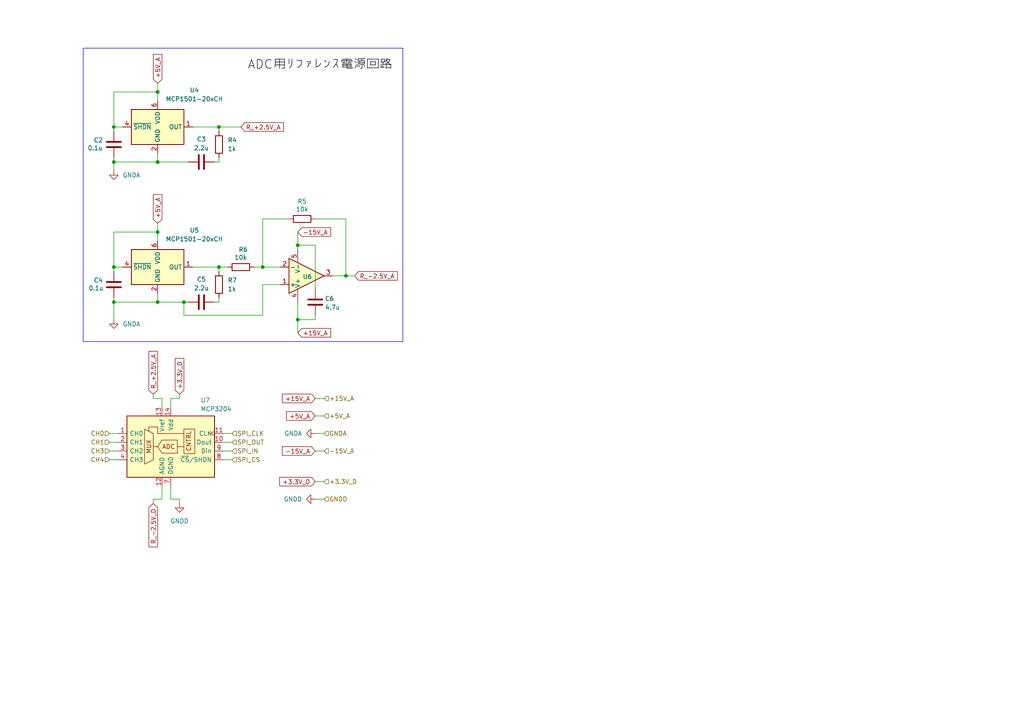
<source format=kicad_sch>
(kicad_sch (version 20250114) (generator "eeschema") (generator_version "9.0")
  (paper "A4")
  (lib_symbols
    (symbol "Analog_ADC:MCP3204" (pin_names (offset 0.762))
      (property "Reference" "U" (at -5.08 10.795 0))
      (property "Value" "MCP3204" (at -5.08 8.89 0))
      (symbol "MCP3204_0_0"
        (text "MUX" (at -6.35 -1.27 900) (effects (font (size 1.27 1.27))))
        (text "ADC" (at -0.635 -1.27 0) (effects (font (size 1.27 1.27))))
        (text "CNTRL" (at 5.969 -2.667 900) (effects (font (size 1.27 1.27)) (justify left bottom)))
      )
      (symbol "MCP3204_0_1"
        (polyline (pts (xy -7.62 3.81) (xy -7.62 -6.35) (xy -5.08 -5.08) (xy -5.08 2.54) (xy -7.62 3.81)))
        (polyline (pts (xy -5.08 -1.27) (xy -3.81 -1.27)))
        (polyline (pts (xy -3.81 -1.27) (xy -2.54 0.635) (xy 1.905 0.635) (xy 1.905 -3.175) (xy -2.54 -3.175) (xy -3.81 -1.27)))
        (polyline (pts (xy 1.905 -1.27) (xy 3.81 -1.27)))
        (polyline (pts (xy 3.81 2.54) (xy -3.81 2.54) (xy -3.81 4.445) (xy -6.35 4.445) (xy -6.35 3.175)))
        (rectangle (start 3.81 -3.302) (end 6.985 3.81))
        (rectangle (start 12.7 7.62) (end -12.7 -10.16) (stroke (width 0.254)) (fill (type background)))
      )
      (symbol "MCP3204_1_1"
        (pin input line (at -15.24 2.54 0) (length 2.54) (name "CH0") (number "1"))
        (pin input line (at -15.24 0 0) (length 2.54) (name "CH1") (number "2"))
        (pin input line (at -15.24 -2.54 0) (length 2.54) (name "CH2") (number "3"))
        (pin input line (at -15.24 -5.08 0) (length 2.54) (name "CH3") (number "4"))
        (pin no_connect line (at -10.16 -10.16 90) (length 2.54) (hide yes) (name "NC") (number "5"))
        (pin no_connect line (at -7.62 -10.16 90) (length 2.54) (hide yes) (name "NC") (number "6"))
        (pin power_in line (at -2.54 10.16 270) (length 2.54) (name "Vref") (number "13"))
        (pin power_in line (at -2.54 -12.7 90) (length 2.54) (name "AGND") (number "12"))
        (pin power_in line (at 0 10.16 270) (length 2.54) (name "Vdd") (number "14"))
        (pin power_in line (at 0 -12.7 90) (length 2.54) (name "DGND") (number "7"))
        (pin input clock (at 15.24 2.54 180) (length 2.54) (name "CLK") (number "11"))
        (pin output line (at 15.24 0 180) (length 2.54) (name "Dout") (number "10"))
        (pin input line (at 15.24 -2.54 180) (length 2.54) (name "Din") (number "9"))
        (pin input line (at 15.24 -5.08 180) (length 2.54) (name "~{CS}/SHDN") (number "8"))
      )
    )
    (symbol "Device:C" (pin_numbers (hide yes)) (pin_names (offset 0.254))
      (property "Reference" "C" (at 0.635 2.54 0))
      (property "Value" "C" (at 0.635 -2.54 0))
      (symbol "C_0_1"
        (polyline (pts (xy -2.032 0.762) (xy 2.032 0.762)) (stroke (width 0.508)))
        (polyline (pts (xy -2.032 -0.762) (xy 2.032 -0.762)) (stroke (width 0.508)))
      )
      (symbol "C_1_1"
        (pin passive line (at 0 3.81 270) (length 2.794) (name "~") (number "1"))
        (pin passive line (at 0 -3.81 90) (length 2.794) (name "~") (number "2"))
      )
    )
    (symbol "Device:R" (pin_numbers (hide yes)) (pin_names (offset 0))
      (property "Reference" "R" (at 2.032 0 90))
      (property "Value" "R" (at 0 0 90))
      (symbol "R_0_1"
        (rectangle (start -1.016 -2.54) (end 1.016 2.54) (stroke (width 0.254)))
      )
      (symbol "R_1_1"
        (pin passive line (at 0 3.81 270) (length 1.27) (name "~") (number "1"))
        (pin passive line (at 0 -3.81 90) (length 1.27) (name "~") (number "2"))
      )
    )
    (symbol "Reference_Voltage:MCP1501-20xCH"
      (property "Reference" "U" (at -6.35 6.35 0))
      (property "Value" "MCP1501-20xCH" (at 10.16 6.35 0))
      (symbol "MCP1501-20xCH_0_0"
        (pin input line (at -10.16 0 0) (length 2.54) (name "~{SHDN}") (number "4"))
        (pin power_in line (at 0 7.62 270) (length 2.54) (name "VDD") (number "6"))
        (pin power_in line (at 0 -7.62 90) (length 2.54) (name "GND") (number "2"))
        (pin passive line (at 0 -7.62 90) (length 2.54) (hide yes) (name "GND") (number "3"))
        (pin passive line (at 0 -7.62 90) (length 2.54) (hide yes) (name "GND") (number "5"))
        (pin power_out line (at 10.16 0 180) (length 2.54) (name "OUT") (number "1"))
      )
      (symbol "MCP1501-20xCH_0_1"
        (rectangle (start -7.62 5.08) (end 7.62 -5.08) (stroke (width 0.254)) (fill (type background)))
      )
    )
    (symbol "Simulation_SPICE:OPAMP" (pin_names (offset 0.254))
      (property "Reference" "U" (at 3.81 3.175 0))
      (property "Value" "${SIM.PARAMS}" (at 3.81 -3.175 0))
      (symbol "OPAMP_0_1"
        (polyline (pts (xy 5.08 0) (xy -5.08 5.08) (xy -5.08 -5.08) (xy 5.08 0)) (stroke (width 0.254)) (fill (type background)))
      )
      (symbol "OPAMP_1_1"
        (pin input line (at -7.62 2.54 0) (length 2.54) (name "+") (number "1"))
        (pin input line (at -7.62 -2.54 0) (length 2.54) (name "-") (number "2"))
        (pin power_in line (at -2.54 7.62 270) (length 3.81) (name "V+") (number "4"))
        (pin power_in line (at -2.54 -7.62 90) (length 3.81) (name "V-") (number "5"))
        (pin output line (at 7.62 0 180) (length 2.54) (name "~") (number "3"))
      )
    )
    (symbol "power:GND" (power) (pin_numbers (hide yes)) (pin_names (offset 0) (hide yes))
      (property "Value" "GND" (at 0 -3.81 0))
      (symbol "GND_0_1"
        (polyline (pts (xy 0 0) (xy 0 -1.27) (xy 1.27 -1.27) (xy 0 -2.54) (xy -1.27 -1.27) (xy 0 -1.27)))
      )
      (symbol "GND_1_1"
        (pin power_in line (at 0 0 270) (length 0) (name "~") (number "1"))
      )
    )
    (symbol "power:GNDA" (power) (pin_numbers (hide yes)) (pin_names (offset 0) (hide yes))
      (property "Value" "GNDA" (at 0 -3.81 0))
      (symbol "GNDA_0_1"
        (polyline (pts (xy 0 0) (xy 0 -1.27) (xy 1.27 -1.27) (xy 0 -2.54) (xy -1.27 -1.27) (xy 0 -1.27)))
      )
      (symbol "GNDA_1_1"
        (pin power_in line (at 0 0 270) (length 0) (name "~") (number "1"))
      )
    )
  )
  (rectangle (start 24.13 13.97) (end 116.84 99.06))
  (text_box "ADC用リファレンス電源回路" (at 69.85 15.24 0) (size 44.45 6.35) (margins 1.9049 1.9049 1.9049 1.9049) (stroke (width -0.0001)) (effects (font (size 2.54 2.54)) (justify left top)))
  (junction (at 86.36 71.12))
  (junction (at 45.72 26.67))
  (junction (at 33.02 87.63))
  (junction (at 76.2 77.47))
  (junction (at 45.72 87.63))
  (junction (at 63.5 77.47))
  (junction (at 33.02 77.47))
  (junction (at 86.36 92.71))
  (junction (at 100.33 80.01))
  (junction (at 33.02 36.83))
  (junction (at 45.72 67.31))
  (junction (at 63.5 36.83))
  (junction (at 45.72 46.99))
  (junction (at 53.34 87.63))
  (junction (at 33.02 46.99))
  (wire (pts (xy 93.98 130.81) (xy 91.44 130.81)))
  (wire (pts (xy 33.02 67.31) (xy 33.02 77.47)))
  (wire (pts (xy 49.53 140.97) (xy 49.53 144.78)))
  (wire (pts (xy 100.33 63.5) (xy 100.33 80.01)))
  (wire (pts (xy 49.53 115.57) (xy 52.07 115.57)))
  (wire (pts (xy 91.44 91.44) (xy 91.44 92.71)))
  (wire (pts (xy 55.88 77.47) (xy 63.5 77.47)))
  (wire (pts (xy 55.88 36.83) (xy 63.5 36.83)))
  (wire (pts (xy 49.53 144.78) (xy 52.07 144.78)))
  (wire (pts (xy 76.2 63.5) (xy 83.82 63.5)))
  (wire (pts (xy 31.75 128.27) (xy 34.29 128.27)))
  (wire (pts (xy 63.5 46.99) (xy 63.5 45.72)))
  (wire (pts (xy 52.07 144.78) (xy 52.07 146.05)))
  (wire (pts (xy 53.34 87.63) (xy 54.61 87.63)))
  (wire (pts (xy 63.5 36.83) (xy 69.85 36.83)))
  (wire (pts (xy 33.02 77.47) (xy 35.56 77.47)))
  (wire (pts (xy 44.45 144.78) (xy 44.45 146.05)))
  (wire (pts (xy 91.44 71.12) (xy 91.44 83.82)))
  (wire (pts (xy 33.02 87.63) (xy 45.72 87.63)))
  (wire (pts (xy 52.07 114.3) (xy 52.07 115.57)))
  (wire (pts (xy 46.99 140.97) (xy 46.99 144.78)))
  (wire (pts (xy 33.02 87.63) (xy 33.02 92.71)))
  (wire (pts (xy 62.23 46.99) (xy 63.5 46.99)))
  (wire (pts (xy 45.72 24.13) (xy 45.72 26.67)))
  (wire (pts (xy 63.5 78.74) (xy 63.5 77.47)))
  (wire (pts (xy 86.36 71.12) (xy 86.36 72.39)))
  (wire (pts (xy 93.98 115.57) (xy 91.44 115.57)))
  (wire (pts (xy 45.72 87.63) (xy 53.34 87.63)))
  (wire (pts (xy 73.66 77.47) (xy 76.2 77.47)))
  (wire (pts (xy 49.53 118.11) (xy 49.53 115.57)))
  (wire (pts (xy 44.45 115.57) (xy 46.99 115.57)))
  (wire (pts (xy 45.72 26.67) (xy 45.72 29.21)))
  (wire (pts (xy 53.34 91.44) (xy 76.2 91.44)))
  (wire (pts (xy 33.02 86.36) (xy 33.02 87.63)))
  (wire (pts (xy 31.75 130.81) (xy 34.29 130.81)))
  (wire (pts (xy 100.33 80.01) (xy 102.87 80.01)))
  (wire (pts (xy 91.44 63.5) (xy 100.33 63.5)))
  (wire (pts (xy 63.5 77.47) (xy 66.04 77.47)))
  (wire (pts (xy 100.33 80.01) (xy 96.52 80.01)))
  (wire (pts (xy 46.99 144.78) (xy 44.45 144.78)))
  (wire (pts (xy 33.02 46.99) (xy 33.02 49.53)))
  (wire (pts (xy 33.02 26.67) (xy 33.02 36.83)))
  (wire (pts (xy 33.02 36.83) (xy 33.02 38.1)))
  (wire (pts (xy 31.75 133.35) (xy 34.29 133.35)))
  (wire (pts (xy 63.5 38.1) (xy 63.5 36.83)))
  (wire (pts (xy 45.72 67.31) (xy 33.02 67.31)))
  (wire (pts (xy 86.36 71.12) (xy 91.44 71.12)))
  (wire (pts (xy 93.98 125.73) (xy 91.44 125.73)))
  (wire (pts (xy 67.31 130.81) (xy 64.77 130.81)))
  (wire (pts (xy 76.2 82.55) (xy 76.2 91.44)))
  (wire (pts (xy 45.72 64.77) (xy 45.72 67.31)))
  (wire (pts (xy 93.98 120.65) (xy 91.44 120.65)))
  (wire (pts (xy 45.72 85.09) (xy 45.72 87.63)))
  (wire (pts (xy 86.36 92.71) (xy 91.44 92.71)))
  (wire (pts (xy 93.98 144.78) (xy 91.44 144.78)))
  (wire (pts (xy 86.36 67.31) (xy 86.36 71.12)))
  (wire (pts (xy 33.02 46.99) (xy 45.72 46.99)))
  (wire (pts (xy 86.36 92.71) (xy 86.36 87.63)))
  (wire (pts (xy 44.45 114.3) (xy 44.45 115.57)))
  (wire (pts (xy 67.31 125.73) (xy 64.77 125.73)))
  (wire (pts (xy 76.2 77.47) (xy 76.2 63.5)))
  (wire (pts (xy 45.72 46.99) (xy 54.61 46.99)))
  (wire (pts (xy 45.72 67.31) (xy 45.72 69.85)))
  (wire (pts (xy 86.36 96.52) (xy 86.36 92.71)))
  (wire (pts (xy 33.02 45.72) (xy 33.02 46.99)))
  (wire (pts (xy 67.31 133.35) (xy 64.77 133.35)))
  (wire (pts (xy 31.75 125.73) (xy 34.29 125.73)))
  (wire (pts (xy 62.23 87.63) (xy 63.5 87.63)))
  (wire (pts (xy 53.34 87.63) (xy 53.34 91.44)))
  (wire (pts (xy 45.72 26.67) (xy 33.02 26.67)))
  (wire (pts (xy 93.98 139.7) (xy 91.44 139.7)))
  (wire (pts (xy 81.28 77.47) (xy 76.2 77.47)))
  (wire (pts (xy 46.99 115.57) (xy 46.99 118.11)))
  (wire (pts (xy 33.02 36.83) (xy 35.56 36.83)))
  (wire (pts (xy 45.72 44.45) (xy 45.72 46.99)))
  (wire (pts (xy 67.31 128.27) (xy 64.77 128.27)))
  (wire (pts (xy 81.28 82.55) (xy 76.2 82.55)))
  (wire (pts (xy 33.02 77.47) (xy 33.02 78.74)))
  (wire (pts (xy 63.5 87.63) (xy 63.5 86.36)))
  (global_label "-15V_A" (shape input) (at 86.36 67.31 0) (property "Intersheetrefs" "${INTERSHEET_REFS}" (effects (hide yes))))
  (global_label "R_-2.5V_A" (shape input) (at 102.87 80.01 0) (property "Intersheetrefs" "${INTERSHEET_REFS}" (effects (hide yes))))
  (global_label "R_+2.5V_A" (shape input) (at 44.45 114.3 90) (property "Intersheetrefs" "${INTERSHEET_REFS}" (effects (hide yes))))
  (global_label "+5V_A" (shape input) (at 45.72 64.77 90) (property "Intersheetrefs" "${INTERSHEET_REFS}" (effects (hide yes))))
  (global_label "+3.3V_D" (shape input) (at 91.44 139.7 180) (property "Intersheetrefs" "${INTERSHEET_REFS}" (effects (hide yes))))
  (global_label "R_-2.5V_D" (shape input) (at 44.45 146.05 270) (property "Intersheetrefs" "${INTERSHEET_REFS}" (effects (hide yes))))
  (global_label "+15V_A" (shape input) (at 91.44 115.57 180) (property "Intersheetrefs" "${INTERSHEET_REFS}" (effects (hide yes))))
  (global_label "R_+2.5V_A" (shape input) (at 69.85 36.83 0) (property "Intersheetrefs" "${INTERSHEET_REFS}" (effects (hide yes))))
  (global_label "+3.3V_D" (shape input) (at 52.07 114.3 90) (property "Intersheetrefs" "${INTERSHEET_REFS}" (effects (hide yes))))
  (global_label "-15V_A" (shape input) (at 91.44 130.81 180) (property "Intersheetrefs" "${INTERSHEET_REFS}" (effects (hide yes))))
  (global_label "+5V_A" (shape input) (at 91.44 120.65 180) (property "Intersheetrefs" "${INTERSHEET_REFS}" (effects (hide yes))))
  (global_label "+5V_A" (shape input) (at 45.72 24.13 90) (property "Intersheetrefs" "${INTERSHEET_REFS}" (effects (hide yes))))
  (global_label "+15V_A" (shape input) (at 86.36 96.52 0) (property "Intersheetrefs" "${INTERSHEET_REFS}" (effects (hide yes))))
  (hierarchical_label "CH1" (shape input) (at 31.75 128.27 180))
  (hierarchical_label "SPI_IN" (shape input) (at 67.31 130.81 0))
  (hierarchical_label "SPI_CS" (shape input) (at 67.31 133.35 0))
  (hierarchical_label "+5V_A" (shape input) (at 93.98 120.65 0))
  (hierarchical_label "SPI_CLK" (shape input) (at 67.31 125.73 0))
  (hierarchical_label "GNDA" (shape input) (at 93.98 125.73 0))
  (hierarchical_label "SPI_OUT" (shape input) (at 67.31 128.27 0))
  (hierarchical_label "+3.3V_D" (shape input) (at 93.98 139.7 0))
  (hierarchical_label "-15V_A" (shape input) (at 93.98 130.81 0))
  (hierarchical_label "CH0" (shape input) (at 31.75 125.73 180))
  (hierarchical_label "GNDD" (shape input) (at 93.98 144.78 0))
  (hierarchical_label "+15V_A" (shape input) (at 93.98 115.57 0))
  (hierarchical_label "CH3" (shape input) (at 31.75 130.81 180))
  (hierarchical_label "CH4" (shape input) (at 31.75 133.35 180))
  (symbol (lib_id "Device:C") (at 58.42 46.99 90) (unit 1)
    (property "Reference" "C3" (at 58.42 40.386 90))
    (property "Value" "2.2u" (at 58.42 42.926 90))
    (property "Description" "Unpolarized capacitor" (effects (hide yes)))
  )
  (symbol (lib_id "power:GND") (at 91.44 125.73 270) (unit 1)
    (property "Reference" "#PWR05" (effects (hide yes)))
    (property "Value" "GNDA" (at 87.63 125.7299 90) (effects (justify right)))
    (property "Description" "Power symbol creates a global label with name \"GND\" , ground" (effects (hide yes)))
  )
  (symbol (lib_id "Device:C") (at 33.02 82.55 0) (unit 1)
    (property "Reference" "C4" (at 27.178 81.28 0) (effects (justify left)))
    (property "Value" "0.1u" (at 25.654 83.566 0) (effects (justify left)))
    (property "Description" "Unpolarized capacitor" (effects (hide yes)))
    (property "Sim.Device" "C" (effects (hide yes)))
    (property "Sim.Type" "=" (effects (hide yes)))
    (property "Sim.Params" "c=0.1u" (effects (hide yes)))
    (property "Sim.Pins" "1=+ 2=-" (effects (hide yes)))
  )
  (symbol (lib_id "Device:C") (at 58.42 87.63 90) (unit 1)
    (property "Reference" "C5" (at 58.42 81.026 90))
    (property "Value" "2.2u" (at 58.42 83.566 90))
    (property "Description" "Unpolarized capacitor" (effects (hide yes)))
  )
  (symbol (lib_id "Reference_Voltage:MCP1501-20xCH") (at 45.72 36.83 0) (unit 1)
    (property "Reference" "U4" (at 56.388 26.162 0))
    (property "Value" "MCP1501-20xCH" (at 56.388 28.702 0))
    (property "Footprint" "Package_TO_SOT_SMD:SOT-23-6" (effects (hide yes)))
    (property "Datasheet" "http://ww1.microchip.com/downloads/en/DeviceDoc/20005474E.pdf" (effects (hide yes)))
    (property "Description" "2.048V, 0.1%, 20mA, Precision Voltage Reference, SOT-23-6" (effects (hide yes)))
  )
  (symbol (lib_id "Device:R") (at 63.5 82.55 0) (unit 1)
    (property "Reference" "R7" (at 66.04 81.2799 0) (effects (justify left)))
    (property "Value" "1k" (at 66.04 83.8199 0) (effects (justify left)))
    (property "Description" "Resistor" (effects (hide yes)))
  )
  (symbol (lib_id "Device:C") (at 33.02 41.91 0) (unit 1)
    (property "Reference" "C2" (at 27.178 40.64 0) (effects (justify left)))
    (property "Value" "0.1u" (at 25.4 42.926 0) (effects (justify left)))
    (property "Description" "Unpolarized capacitor" (effects (hide yes)))
    (property "Sim.Device" "C" (effects (hide yes)))
    (property "Sim.Type" "=" (effects (hide yes)))
    (property "Sim.Params" "c=0.1u" (effects (hide yes)))
    (property "Sim.Pins" "1=+ 2=-" (effects (hide yes)))
  )
  (symbol (lib_id "power:GND") (at 33.02 92.71 0) (unit 1)
    (property "Reference" "#PWR04" (effects (hide yes)))
    (property "Value" "GNDA" (at 35.56 93.9799 0) (effects (justify left)))
    (property "Description" "Power symbol creates a global label with name \"GND\" , ground" (effects (hide yes)))
  )
  (symbol (lib_id "Device:R") (at 69.85 77.47 270) (unit 1)
    (property "Reference" "R6" (at 71.882 72.39 90) (effects (justify right)))
    (property "Value" "10k" (at 71.628 74.676 90) (effects (justify right)))
    (property "Description" "Resistor" (effects (hide yes)))
    (property "Sim.Device" "R" (effects (hide yes)))
    (property "Sim.Type" "=" (effects (hide yes)))
    (property "Sim.Params" "r=10k" (effects (hide yes)))
    (property "Sim.Pins" "1=+ 2=-" (effects (hide yes)))
  )
  (symbol (lib_id "Simulation_SPICE:OPAMP") (at 88.9 80.01 0) (mirror x) (unit 1)
    (property "Reference" "U6" (at 89.154 80.264 0))
    (property "Value" "${SIM.PARAMS}" (at 99.06 86.36 0))
    (property "Sim.Pins" "1=+IN 2=-IN 3=OUT 4=VCC 5=VEE" (effects (hide yes)))
    (property "Sim.Device" "SUBCKT" (effects (hide yes)))
    (property "Sim.Library" "LM4565_Rev002.lib" (effects (hide yes)))
    (property "Sim.Name" "lm4565_sub" (effects (hide yes)))
  )
  (symbol (lib_id "Device:R") (at 63.5 41.91 0) (unit 1)
    (property "Reference" "R4" (at 66.04 40.6399 0) (effects (justify left)))
    (property "Value" "1k" (at 66.04 43.1799 0) (effects (justify left)))
    (property "Description" "Resistor" (effects (hide yes)))
  )
  (symbol (lib_id "Device:R") (at 87.63 63.5 90) (unit 1)
    (property "Reference" "R5" (at 87.63 58.42 90))
    (property "Value" "10k" (at 87.63 60.706 90))
    (property "Description" "Resistor" (effects (hide yes)))
    (property "Sim.Device" "R" (effects (hide yes)))
    (property "Sim.Type" "=" (effects (hide yes)))
    (property "Sim.Params" "r=10k" (effects (hide yes)))
    (property "Sim.Pins" "1=+ 2=-" (effects (hide yes)))
  )
  (symbol (lib_id "Reference_Voltage:MCP1501-20xCH") (at 45.72 77.47 0) (unit 1)
    (property "Reference" "U5" (at 56.388 66.802 0))
    (property "Value" "MCP1501-20xCH" (at 56.388 69.342 0))
    (property "Footprint" "Package_TO_SOT_SMD:SOT-23-6" (effects (hide yes)))
    (property "Datasheet" "http://ww1.microchip.com/downloads/en/DeviceDoc/20005474E.pdf" (effects (hide yes)))
    (property "Description" "2.048V, 0.1%, 20mA, Precision Voltage Reference, SOT-23-6" (effects (hide yes)))
  )
  (symbol (lib_id "power:GND") (at 33.02 49.53 0) (unit 1)
    (property "Reference" "#PWR03" (effects (hide yes)))
    (property "Value" "GNDA" (at 35.56 50.7999 0) (effects (justify left)))
    (property "Description" "Power symbol creates a global label with name \"GND\" , ground" (effects (hide yes)))
  )
  (symbol (lib_id "power:GNDA") (at 52.07 146.05 0) (unit 1)
    (property "Reference" "#PWR07" (effects (hide yes)))
    (property "Value" "GNDD" (at 52.07 151.13 0))
    (property "Description" "Power symbol creates a global label with name \"GNDA\" , analog ground" (effects (hide yes)))
  )
  (symbol (lib_id "Analog_ADC:MCP3204") (at 49.53 128.27 0) (unit 1)
    (property "Reference" "U7" (at 58.166 116.078 0) (effects (justify left)))
    (property "Value" "MCP3204" (at 58.166 118.618 0) (effects (justify left)))
    (property "Datasheet" "http://ww1.microchip.com/downloads/en/DeviceDoc/21298c.pdf" (effects (hide yes)))
    (property "Description" "A/D Converter, 12-Bit, 4-Channel, SPI Interface, 2.7V-5.5V" (effects (hide yes)))
  )
  (symbol (lib_id "power:GNDA") (at 91.44 144.78 270) (unit 1)
    (property "Reference" "#PWR06" (effects (hide yes)))
    (property "Value" "GNDD" (at 87.63 144.7799 90) (effects (justify right)))
    (property "Description" "Power symbol creates a global label with name \"GNDA\" , analog ground" (effects (hide yes)))
  )
  (symbol (lib_id "Device:C") (at 91.44 87.63 180) (unit 1)
    (property "Reference" "C6" (at 94.234 86.614 0) (effects (justify right)))
    (property "Value" "4.7u" (at 94.234 89.154 0) (effects (justify right)))
    (property "Description" "Unpolarized capacitor" (effects (hide yes)))
    (property "Sim.Device" "C" (effects (hide yes)))
    (property "Sim.Type" "=" (effects (hide yes)))
    (property "Sim.Params" "c=0.1u" (effects (hide yes)))
    (property "Sim.Pins" "1=+ 2=-" (effects (hide yes)))
  )
)
</source>
